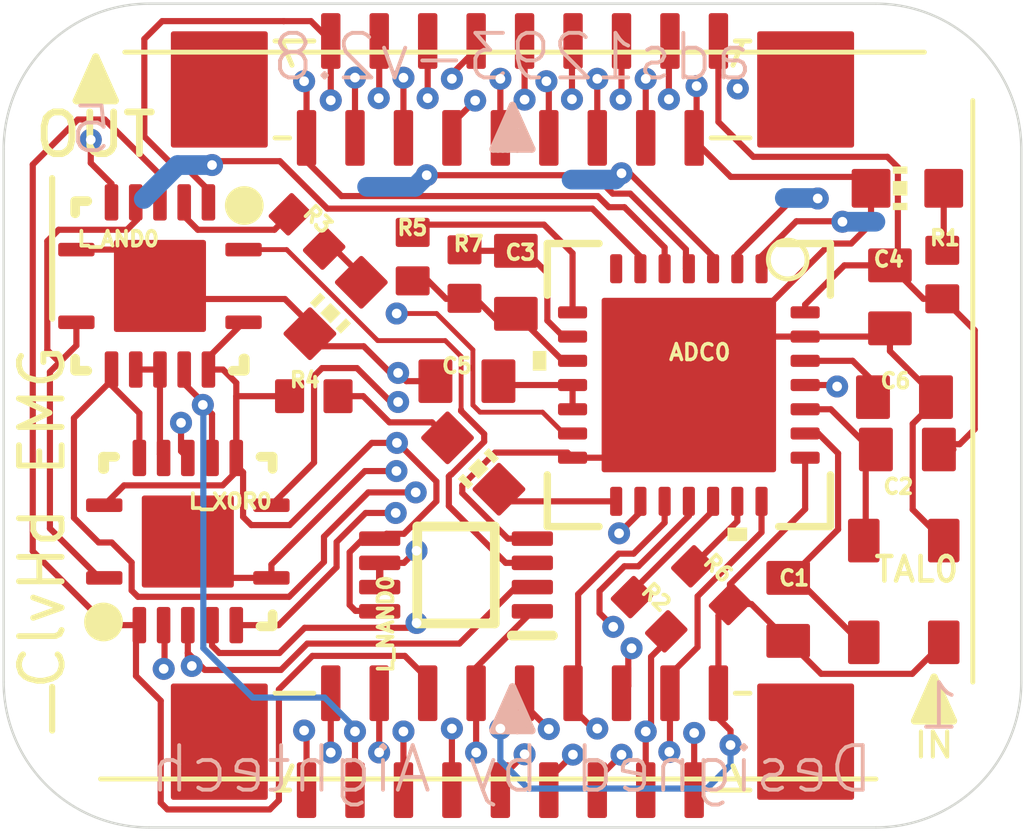
<source format=kicad_pcb>
(kicad_pcb (version 20221018) (generator pcbnew)
  (layers (0 "F.Cu" signal "Front") (1 "In1.Cu" signal) (2 "In2.Cu" signal) (31 "B.Cu" signal "Back") (34 "B.Paste" user) (35 "F.Paste" user) (36 "B.SilkS" user "B.Silkscreen") (37 "F.SilkS" user "F.Silkscreen") (38 "B.Mask" user) (39 "F.Mask" user) (44 "Edge.Cuts" user))
  (net 0 "")
  (net 1 "IN4")
  (net 2 "IN6")
  (net 3 "CS")
  (net 4 "DOUT")
  (net 5 "DIN")
  (net 6 "IN3")
  (net 7 "IN5")
  (net 8 "SCLK")
  (net 9 "IN1")
  (net 10 "VDD")
  (net 11 "ALARMB")
  (net 12 "N$3")
  (net 13 "DRDYB")
  (net 14 "N$4")
  (net 15 "N$8")
  (net 16 "CLK")
  (net 17 "WCT")
  (net 18 "RLDOUT")
  (net 19 "RLDREF")
  (net 20 "SYNCB")
  (net 21 "CMOUT")
  (net 22 "N$15")
  (net 23 "N$9")
  (net 24 "GND")
  (net 25 "RST")
  (net 26 "N$2")
  (net 27 "N$6")
  (net 28 "N$5")
  (net 29 "IN2")
  (net 30 "A1")
  (net 31 "A2")
  (net 32 "N$16")
  (net 33 "A3")
  (net 34 "A0")
  (net 35 "S0")
  (net 36 "S1")
  (net 37 "S2")
  (net 38 "S3")
  (net 39 "N$13")
  (net 40 "N$11")
  (net 41 "GPIO1")
  (net 42 "N$1")
  (net 43 "N$7")
  (footprint "clvHd_EMG:CHIP-LED0603" (layer "F.Cu") (at 156.6511 100.3136 90)
    (fp_text reference "L1" hide)
    (fp_text value "Green")
  )
  (footprint "clvHd_EMG:R0402" (layer "F.Cu") (at 144.4011 104.6036 180)
    (fp_text reference "R4")
    (fp_text value "51" hide)
  )
  (footprint "clvHd_EMG:CHIP-LED0603" (layer "F.Cu") (at 144.8511 102.7836 135)
    (fp_text reference "L3" hide)
    (fp_text value "White")
  )
  (footprint "clvHd_EMG:R0402" (layer "F.Cu") (at 144.2611 101.2036 135)
    (fp_text reference "R3")
    (fp_text value "51" hide)
  )
  (footprint "clvHd_EMG:X05C2018TZ" (layer "F.Cu") (at 148.5011 98.2736 -90)
    (fp_text reference "UNK2" hide)
    (fp_text value "X05C2018TZ" hide)
  )
  (footprint "clvHd_EMG:R0402" (layer "F.Cu") (at 152.6011 108.5036 -45)
    (fp_text reference "R6")
    (fp_text value "1M" hide)
  )
  (footprint "clvHd_EMG:R0402" (layer "F.Cu") (at 151.3211 109.1036 -45)
    (fp_text reference "R2")
    (fp_text value "51" hide)
  )
  (footprint "clvHd_EMG:VQFN-14-CUSTOM" (layer "F.Cu") (at 141.2261 102.3286 180)
    (fp_text reference "L_AND0")
    (fp_text value "SN74ALVC08")
  )
  (footprint "clvHd_EMG:C0402" (layer "F.Cu") (at 156.2911 102.5536 -90)
    (fp_text reference "C4")
    (fp_text value "100nF" hide)
  )
  (footprint "clvHd_EMG:X05C2018TZ" (layer "F.Cu") (at 148.5011 111.7336 90)
    (fp_text reference "UNK1" hide)
    (fp_text value "X05C2018TZ" hide)
  )
  (footprint "" (layer "F.Cu") (at 157.0011 98.5036)
    (fp_text reference "@HOLE1" hide)
    (fp_text value "")
  )
  (footprint "clvHd_EMG:C0402" (layer "F.Cu") (at 154.1911 109.0036 90)
    (fp_text reference "C1")
    (fp_text value "22pF" hide)
  )
  (footprint "clvHd_EMG:VQFN-14-CUSTOM" (layer "F.Cu") (at 141.8011 107.6036)
    (fp_text reference "L_XOR0")
    (fp_text value "SN74LVC86")
  )
  (footprint "clvHd_EMG:RSG28_3P6X3P6_TEX" (layer "F.Cu") (at 152.1411 104.3736 -90)
    (fp_text reference "ADC0")
    (fp_text value "ADS1293CISQ/NOPB" hide)
  )
  (footprint "clvHd_EMG:VSSOP" (layer "F.Cu") (at 147.3361 108.2936 180)
    (fp_text reference "L_NAND0")
    (fp_text value "SN74AUP2G00")
  )
  (footprint "clvHd_EMG:C0402" (layer "F.Cu") (at 147.5611 104.2936 180)
    (fp_text reference "C5")
    (fp_text value "100nF" hide)
  )
  (footprint "" (layer "F.Cu") (at 140.0011 111.5036)
    (fp_text reference "@HOLE0" hide)
    (fp_text value "")
  )
  (footprint "clvHd_EMG:C0402" (layer "F.Cu") (at 156.5911 104.6236)
    (fp_text reference "C6")
    (fp_text value "1uF" hide)
  )
  (footprint "clvHd_EMG:R0402" (layer "F.Cu") (at 147.5111 102.0836 -90)
    (fp_text reference "R7")
    (fp_text value "10M" hide)
  )
  (footprint "clvHd_EMG:C0402" (layer "F.Cu") (at 156.6511 105.7036 180)
    (fp_text reference "C2")
    (fp_text value "22pF" hide)
  )
  (footprint "clvHd_EMG:SMD-3225_4P" (layer "F.Cu") (at 156.5761 108.6336 90)
    (fp_text reference "TAL0")
    (fp_text value "C387328 " hide)
  )
  (footprint "clvHd_EMG:R0402" (layer "F.Cu") (at 146.4411 101.7236 -90)
    (fp_text reference "R5")
    (fp_text value "10k" hide)
  )
  (footprint "clvHd_EMG:R0402" (layer "F.Cu") (at 157.3711 102.0936 90)
    (fp_text reference "R1")
    (fp_text value "51" hide)
  )
  (footprint "clvHd_EMG:C0402" (layer "F.Cu") (at 148.5711 102.2536 90)
    (fp_text reference "C3")
    (fp_text value "1nF" hide)
  )
  (footprint "clvHd_EMG:CHIP-LED0603" (layer "F.Cu") (at 147.6911 105.9936 -135)
    (fp_text reference "L2" hide)
    (fp_text value "Red")
  )
  (gr_line (start 148.1011 99.5036) (end 148.2011 99.5036) (stroke (width 0.1524)) (layer "B.SilkS"))
  (gr_line (start 148.9011 99.5036) (end 148.5011 98.6036) (stroke (width 0.1524)) (layer "B.SilkS"))
  (gr_line (start 148.3011 99.5036) (end 148.6011 98.9036) (stroke (width 0.1524)) (layer "B.SilkS"))
  (gr_line (start 148.5011 110.7036) (end 148.3011 111.5036) (stroke (width 0.1524)) (layer "B.SilkS"))
  (gr_line (start 148.6011 111.5036) (end 148.9011 111.5036) (stroke (width 0.1524)) (layer "B.SilkS"))
  (gr_line (start 148.6011 111.5036) (end 148.8011 111.3036) (stroke (width 0.1524)) (layer "B.SilkS"))
  (gr_line (start 148.6011 110.9036) (end 148.4011 111.5036) (stroke (width 0.1524)) (layer "B.SilkS"))
  (gr_line (start 148.1011 111.5036) (end 148.5011 110.6036) (stroke (width 0.1524)) (layer "B.SilkS"))
  (gr_line (start 148.7011 99.1036) (end 148.6011 99.5036) (stroke (width 0.1524)) (layer "B.SilkS"))
  (gr_line (start 148.9011 111.5036) (end 148.5011 110.6036) (stroke (width 0.1524)) (layer "B.SilkS"))
  (gr_line (start 148.3011 111.5036) (end 148.6011 110.9036) (stroke (width 0.1524)) (layer "B.SilkS"))
  (gr_line (start 148.2011 111.5036) (end 148.3011 111.5036) (stroke (width 0.1524)) (layer "B.SilkS"))
  (gr_line (start 148.3011 99.5036) (end 148.4011 99.5036) (stroke (width 0.1524)) (layer "B.SilkS"))
  (gr_line (start 148.7011 111.1036) (end 148.6011 111.5036) (stroke (width 0.1524)) (layer "B.SilkS"))
  (gr_line (start 148.6011 99.5036) (end 148.9011 99.5036) (stroke (width 0.1524)) (layer "B.SilkS"))
  (gr_line (start 148.6011 99.5036) (end 148.8011 99.3036) (stroke (width 0.1524)) (layer "B.SilkS"))
  (gr_line (start 148.1011 99.5036) (end 148.5011 98.6036) (stroke (width 0.1524)) (layer "B.SilkS"))
  (gr_line (start 148.5011 98.7036) (end 148.3011 99.5036) (stroke (width 0.1524)) (layer "B.SilkS"))
  (gr_line (start 148.2011 111.5036) (end 148.5011 110.7036) (stroke (width 0.1524)) (layer "B.SilkS"))
  (gr_line (start 148.6011 98.9036) (end 148.4011 99.5036) (stroke (width 0.1524)) (layer "B.SilkS"))
  (gr_line (start 148.3011 111.5036) (end 148.4011 111.5036) (stroke (width 0.1524)) (layer "B.SilkS"))
  (gr_line (start 148.4011 99.5036) (end 148.6011 99.5036) (stroke (width 0.1524)) (layer "B.SilkS"))
  (gr_line (start 148.4011 111.5036) (end 148.7011 111.1036) (stroke (width 0.1524)) (layer "B.SilkS"))
  (gr_line (start 148.1011 111.5036) (end 148.2011 111.5036) (stroke (width 0.1524)) (layer "B.SilkS"))
  (gr_line (start 148.4011 99.5036) (end 148.7011 99.1036) (stroke (width 0.1524)) (layer "B.SilkS"))
  (gr_line (start 148.4011 111.5036) (end 148.6011 111.5036) (stroke (width 0.1524)) (layer "B.SilkS"))
  (gr_line (start 148.2011 99.5036) (end 148.3011 99.5036) (stroke (width 0.1524)) (layer "B.SilkS"))
  (gr_line (start 148.2011 99.5036) (end 148.5011 98.7036) (stroke (width 0.1524)) (layer "B.SilkS"))
  (gr_line (start 157.0011 97.5036) (end 140.5011 97.5036) (stroke (width 0.1016)) (layer "F.SilkS"))
  (gr_line (start 140.0011 112.5036) (end 156.0011 112.5036) (stroke (width 0.1016)) (layer "F.SilkS"))
  (gr_line (start 157.4011 110.9036) (end 157.3011 111.3036) (stroke (width 0.1524)) (layer "F.SilkS"))
  (gr_line (start 157.6011 111.3036) (end 157.2011 110.4036) (stroke (width 0.1524)) (layer "F.SilkS"))
  (gr_line (start 139.5011 98.5036) (end 139.6011 98.5036) (stroke (width 0.1524)) (layer "F.SilkS"))
  (gr_line (start 140.0011 97.9036) (end 139.8011 98.5036) (stroke (width 0.1524)) (layer "F.SilkS"))
  (gr_line (start 156.8011 111.3036) (end 157.2011 110.4036) (stroke (width 0.1524)) (layer "F.SilkS"))
  (gr_line (start 157.1011 111.3036) (end 157.3011 111.3036) (stroke (width 0.1524)) (layer "F.SilkS"))
  (gr_circle (center 154.1811 101.7836) (end 154.5811 101.7836) (stroke (width 0.1)) (fill none) (layer "F.SilkS"))
  (gr_line (start 140.0011 98.5036) (end 140.2011 98.3036) (stroke (width 0.1524)) (layer "F.SilkS"))
  (gr_line (start 139.8011 98.5036) (end 140.0011 98.5036) (stroke (width 0.1524)) (layer "F.SilkS"))
  (gr_line (start 157.0011 111.3036) (end 157.3011 110.7036) (stroke (width 0.1524)) (layer "F.SilkS"))
  (gr_line (start 140.1011 98.1036) (end 140.0011 98.5036) (stroke (width 0.1524)) (layer "F.SilkS"))
  (gr_line (start 157.0011 111.3036) (end 157.1011 111.3036) (stroke (width 0.1524)) (layer "F.SilkS"))
  (gr_line (start 157.2011 110.5036) (end 157.0011 111.3036) (stroke (width 0.1524)) (layer "F.SilkS"))
  (gr_line (start 157.3011 111.3036) (end 157.6011 111.3036) (stroke (width 0.1524)) (layer "F.SilkS"))
  (gr_line (start 139.7011 98.5036) (end 139.8011 98.5036) (stroke (width 0.1524)) (layer "F.SilkS"))
  (gr_line (start 139.6011 98.5036) (end 139.7011 98.5036) (stroke (width 0.1524)) (layer "F.SilkS"))
  (gr_line (start 140.0011 98.5036) (end 140.3011 98.5036) (stroke (width 0.1524)) (layer "F.SilkS"))
  (gr_line (start 139.5011 98.5036) (end 139.9011 97.6036) (stroke (width 0.1524)) (layer "F.SilkS"))
  (gr_line (start 139.0011 100.1036) (end 139.0011 103.0036) (stroke (width 0.127)) (layer "F.SilkS"))
  (gr_line (start 139.0011 110.6036) (end 139.0011 111.5036) (stroke (width 0.127)) (layer "F.SilkS"))
  (gr_line (start 139.8011 98.5036) (end 140.1011 98.1036) (stroke (width 0.1524)) (layer "F.SilkS"))
  (gr_line (start 157.1011 111.3036) (end 157.4011 110.9036) (stroke (width 0.1524)) (layer "F.SilkS"))
  (gr_line (start 140.3011 98.5036) (end 139.9011 97.6036) (stroke (width 0.1524)) (layer "F.SilkS"))
  (gr_line (start 156.9011 111.3036) (end 157.0011 111.3036) (stroke (width 0.1524)) (layer "F.SilkS"))
  (gr_line (start 156.8011 111.3036) (end 156.9011 111.3036) (stroke (width 0.1524)) (layer "F.SilkS"))
  (gr_line (start 158.0011 110.5036) (end 158.0011 98.5036) (stroke (width 0.1016)) (layer "F.SilkS"))
  (gr_line (start 157.3011 111.3036) (end 157.5011 111.1036) (stroke (width 0.1524)) (layer "F.SilkS"))
  (gr_line (start 157.3011 110.7036) (end 157.1011 111.3036) (stroke (width 0.1524)) (layer "F.SilkS"))
  (gr_line (start 139.6011 98.5036) (end 139.9011 97.7036) (stroke (width 0.1524)) (layer "F.SilkS"))
  (gr_line (start 139.9011 97.7036) (end 139.7011 98.5036) (stroke (width 0.1524)) (layer "F.SilkS"))
  (gr_line (start 139.7011 98.5036) (end 140.0011 97.9036) (stroke (width 0.1524)) (layer "F.SilkS"))
  (gr_line (start 156.9011 111.3036) (end 157.2011 110.5036) (stroke (width 0.1524)) (layer "F.SilkS"))
  (gr_line (start 138.0011 99.5036) (end 138.0011 110.5036) (stroke (width 0.05)) (layer "Edge.Cuts"))
  (gr_arc (start 138.0011 99.5036) (mid 138.87978 97.38228) (end 141.0011 96.5036) (stroke (width 0.05)) (layer "Edge.Cuts"))
  (gr_line (start 156.0011 96.5036) (end 141.0011 96.5036) (stroke (width 0.05)) (layer "Edge.Cuts"))
  (gr_arc (start 159.0011 110.5036) (mid 158.12242 112.62492) (end 156.0011 113.5036) (stroke (width 0.05)) (layer "Edge.Cuts"))
  (gr_line (start 159.0011 110.5036) (end 159.0011 99.5036) (stroke (width 0.05)) (layer "Edge.Cuts"))
  (gr_arc (start 141.0011 113.5036) (mid 138.87978 112.62492) (end 138.0011 110.5036) (stroke (width 0.05)) (layer "Edge.Cuts"))
  (gr_arc (start 156.0011 96.5036) (mid 158.12242 97.38228) (end 159.0011 99.5036) (stroke (width 0.05)) (layer "Edge.Cuts"))
  (gr_line (start 141.0011 113.5036) (end 156.0011 113.5036) (stroke (width 0.05)) (layer "Edge.Cuts"))
  (gr_text "5" (at 139.8011 99.1036) (layer "B.SilkS") (effects (font (size 0.92 0.92) (thickness 0.08)) (justify mirror)))
  (gr_text "ads1293-v2.8" (at 148.5011 97.6036) (layer "B.SilkS") (effects (font (size 0.92 0.92) (thickness 0.08)) (justify mirror)))
  (gr_text "Designed by Aightech" (at 156.0011 112.3036) (layer "B.SilkS") (effects (font (size 0.92 0.92) (thickness 0.08)) (justify left mirror)))
  (gr_text "1" (at 157.3011 111.0036) (layer "B.SilkS") (effects (font (size 0.92 0.92) (thickness 0.08)) (justify mirror)))
  (gr_text "IN" (at 157.2011 111.5036) (layer "F.SilkS") (effects (font (size 0.516 0.516) (thickness 0.084)) (justify top)))
  (gr_text "OUT" (at 139.9011 98.7036) (layer "F.SilkS") (effects (font (size 0.86 0.86) (thickness 0.14)) (justify top)))
  (gr_text "ClvHd EMG" (at 138.2811 103.4836 90) (layer "F.SilkS") (effects (font (size 0.88 0.88) (thickness 0.12)) (justify right top)))
  (segment (start 152.0811 101.5736) (end 150.9311 100.4236) (width 0.127) (layer "F.Cu") (net 1))
  (segment (start 150.9311 100.4236) (end 150.5711 100.4236) (width 0.127) (layer "F.Cu") (net 1))
  (segment (start 150.5711 100.4236) (end 150.1911 100.0436) (width 0.127) (layer "F.Cu") (net 1))
  (segment (start 152.1411 101.9736) (end 152.0811 101.9736) (width 0.127) (layer "F.Cu") (net 1))
  (segment (start 152.0811 101.9736) (end 152.0811 101.5736) (width 0.127) (layer "F.Cu") (net 1))
  (segment (start 150.1911 100.0436) (end 146.7311 100.0436) (width 0.127) (layer "F.Cu") (net 1))
  (via (at 146.7311 100.0436) (size 0.454) (drill 0.2) (layers "F.Cu" "B.Cu") (net 1))
  (segment (start 146.4911 100.2836) (end 145.5011 100.2836) (width 0.4064) (layer "B.Cu") (net 1))
  (segment (start 146.7311 100.0436) (end 146.4911 100.2836) (width 0.4064) (layer "B.Cu") (net 1))
  (segment (start 142.3011 99.8336) (end 142.3811 99.7536) (width 0.127) (layer "F.Cu") (net 2))
  (segment (start 151.1411 101.7236) (end 150.1506 100.7331) (width 0.127) (layer "F.Cu") (net 2))
  (segment (start 143.7011 99.7536) (end 144.6806 100.7331) (width 0.127) (layer "F.Cu") (net 2))
  (segment (start 142.3811 99.7536) (end 143.7011 99.7536) (width 0.127) (layer "F.Cu") (net 2))
  (segment (start 150.1506 100.7331) (end 144.6806 100.7331) (width 0.127) (layer "F.Cu") (net 2))
  (segment (start 151.1411 101.9736) (end 151.1411 101.7236) (width 0.127) (layer "F.Cu") (net 2))
  (via (at 142.3011 99.8336) (size 0.454) (drill 0.2) (layers "F.Cu" "B.Cu") (net 2))
  (segment (start 141.5911 99.8336) (end 140.8911 100.5336) (width 0.4064) (layer "B.Cu") (net 2))
  (segment (start 142.3011 99.8336) (end 141.5911 99.8336) (width 0.4064) (layer "B.Cu") (net 2))
  (segment (start 146.5211 107.7936) (end 146.5111 107.7936) (width 0.127) (layer "F.Cu") (net 3))
  (segment (start 146.2611 108.0436) (end 145.7611 108.0436) (width 0.127) (layer "F.Cu") (net 3))
  (segment (start 145.7611 108.5436) (end 145.7611 108.0436) (width 0.1524) (layer "F.Cu") (net 3))
  (segment (start 151.1411 106.9936) (end 150.7011 107.4336) (width 0.127) (layer "F.Cu") (net 3))
  (segment (start 146.5111 107.7936) (end 146.2611 108.0436) (width 0.127) (layer "F.Cu") (net 3))
  (segment (start 151.1411 106.7736) (end 151.1411 106.9936) (width 0.127) (layer "F.Cu") (net 3))
  (via (at 150.7011 107.4336) (size 0.454) (drill 0.2) (layers "F.Cu" "B.Cu") (net 3))
  (via (at 146.5211 107.7936) (size 0.454) (drill 0.2) (layers "F.Cu" "B.Cu") (net 3))
  (segment (start 151.674653 109.457157) (end 151.674653 109.667157) (width 0.127) (layer "F.Cu") (net 4))
  (segment (start 151.3611 109.98071) (end 151.3611 111.4136) (width 0.127) (layer "F.Cu") (net 4))
  (segment (start 151.2511 99.2736) (end 151.2511 98.0536) (width 0.127) (layer "F.Cu") (net 4))
  (segment (start 151.674653 109.667157) (end 151.3611 109.98071) (width 0.127) (layer "F.Cu") (net 4))
  (segment (start 151.2511 111.5236) (end 151.3611 111.4136) (width 0.127) (layer "F.Cu") (net 4))
  (segment (start 151.2511 112.7336) (end 151.2511 111.5236) (width 0.127) (layer "F.Cu") (net 4))
  (via (at 151.2511 111.5236) (size 0.454) (drill 0.2) (layers "F.Cu" "B.Cu") (net 4))
  (via (at 151.2511 98.0536) (size 0.454) (drill 0.2) (layers "F.Cu" "B.Cu") (net 4))
  (segment (start 150.5811 109.3636) (end 150.297428 109.079929) (width 0.127) (layer "F.Cu") (net 5))
  (segment (start 150.7511 112.0036) (end 150.2511 112.5036) (width 0.127) (layer "F.Cu") (net 5))
  (segment (start 150.2511 112.5036) (end 150.2511 112.7336) (width 0.127) (layer "F.Cu") (net 5))
  (segment (start 152.1411 107.0736) (end 151.101109 108.113591) (width 0.127) (layer "F.Cu") (net 5))
  (segment (start 150.297428 109.079929) (end 150.297428 108.627272) (width 0.127) (layer "F.Cu") (net 5))
  (segment (start 150.2511 98.0536) (end 150.2511 99.2736) (width 0.127) (layer "F.Cu") (net 5))
  (segment (start 152.1411 107.0736) (end 152.1411 106.7736) (width 0.127) (layer "F.Cu") (net 5))
  (segment (start 151.101109 108.113591) (end 150.811109 108.113591) (width 0.127) (layer "F.Cu") (net 5))
  (segment (start 150.297428 108.627272) (end 150.811109 108.113591) (width 0.127) (layer "F.Cu") (net 5))
  (via (at 150.2511 98.0536) (size 0.454) (drill 0.2) (layers "F.Cu" "B.Cu") (net 5))
  (via (at 150.7511 112.0036) (size 0.454) (drill 0.2) (layers "F.Cu" "B.Cu") (net 5))
  (via (at 150.5811 109.3636) (size 0.454) (drill 0.2) (layers "F.Cu" "B.Cu") (net 5))
  (segment (start 152.6411 101.9736) (end 152.6411 101.7236) (width 0.127) (layer "F.Cu") (net 6))
  (segment (start 150.9211 100.0036) (end 150.7511 100.0036) (width 0.127) (layer "F.Cu") (net 6))
  (segment (start 152.6411 101.7236) (end 150.9211 100.0036) (width 0.127) (layer "F.Cu") (net 6))
  (via (at 150.7511 100.0036) (size 0.454) (drill 0.2) (layers "F.Cu" "B.Cu") (net 6))
  (segment (start 150.7511 100.0036) (end 150.6211 100.1336) (width 0.4064) (layer "B.Cu") (net 6))
  (segment (start 150.6211 100.1336) (end 149.7211 100.1336) (width 0.4064) (layer "B.Cu") (net 6))
  (segment (start 144.2511 99.7536) (end 144.2511 99.2736) (width 0.127) (layer "F.Cu") (net 7))
  (segment (start 151.6411 101.9736) (end 151.6411 101.5336) (width 0.127) (layer "F.Cu") (net 7))
  (segment (start 144.9711 100.4736) (end 144.2511 99.7536) (width 0.127) (layer "F.Cu") (net 7))
  (segment (start 144.2511 98.1536) (end 144.2511 99.2736) (width 0.127) (layer "F.Cu") (net 7))
  (segment (start 144.2511 112.7336) (end 144.2511 111.5536) (width 0.127) (layer "F.Cu") (net 7))
  (segment (start 144.2011 98.1036) (end 144.2511 98.1536) (width 0.127) (layer "F.Cu") (net 7))
  (segment (start 144.2511 111.5536) (end 144.2011 111.5036) (width 0.127) (layer "F.Cu") (net 7))
  (segment (start 150.4911 100.7036) (end 150.2611 100.4736) (width 0.127) (layer "F.Cu") (net 7))
  (segment (start 151.6411 101.5336) (end 150.8111 100.7036) (width 0.127) (layer "F.Cu") (net 7))
  (segment (start 150.8111 100.7036) (end 150.4911 100.7036) (width 0.127) (layer "F.Cu") (net 7))
  (segment (start 150.2611 100.4736) (end 144.9711 100.4736) (width 0.127) (layer "F.Cu") (net 7))
  (via (at 144.2011 111.5036) (size 0.454) (drill 0.2) (layers "F.Cu" "B.Cu") (net 7))
  (via (at 144.2011 98.1036) (size 0.454) (drill 0.2) (layers "F.Cu" "B.Cu") (net 7))
  (segment (start 151.001106 107.853594) (end 150.692487 107.853594) (width 0.127) (layer "F.Cu") (net 8))
  (segment (start 150.1611 111.4636) (end 149.7511 111.0536) (width 0.127) (layer "F.Cu") (net 8))
  (segment (start 149.728915 98.475785) (end 149.728915 97.395785) (width 0.127) (layer "F.Cu") (net 8))
  (segment (start 150.2511 111.4636) (end 150.1611 111.4636) (width 0.127) (layer "F.Cu") (net 8))
  (segment (start 149.7511 110.7336) (end 149.7511 111.0536) (width 0.127) (layer "F.Cu") (net 8))
  (segment (start 151.6411 107.2136) (end 151.001106 107.853594) (width 0.127) (layer "F.Cu") (net 8))
  (segment (start 151.6411 106.7736) (end 151.6411 107.2136) (width 0.127) (layer "F.Cu") (net 8))
  (segment (start 150.692487 107.853594) (end 149.8566 108.689482) (width 0.127) (layer "F.Cu") (net 8))
  (segment (start 149.8566 108.689482) (end 149.8566 110.6281) (width 0.127) (layer "F.Cu") (net 8))
  (segment (start 149.8566 110.6281) (end 149.7511 110.7336) (width 0.127) (layer "F.Cu") (net 8))
  (segment (start 149.728915 97.395785) (end 149.8011 97.3236) (width 0.127) (layer "F.Cu") (net 8))
  (segment (start 149.8011 97.3236) (end 149.7511 97.2736) (width 0.127) (layer "F.Cu") (net 8))
  (via (at 149.728915 98.475785) (size 0.454) (drill 0.2) (layers "F.Cu" "B.Cu") (net 8))
  (via (at 150.2511 111.4636) (size 0.454) (drill 0.2) (layers "F.Cu" "B.Cu") (net 8))
  (segment (start 155.3011 100.9936) (end 154.3611 100.9936) (width 0.127) (layer "F.Cu") (net 9))
  (segment (start 155.3111 101.0036) (end 155.3011 100.9936) (width 0.127) (layer "F.Cu") (net 9))
  (segment (start 153.6411 101.9736) (end 153.6411 101.7136) (width 0.127) (layer "F.Cu") (net 9))
  (segment (start 154.3611 100.9936) (end 153.6411 101.7136) (width 0.127) (layer "F.Cu") (net 9))
  (via (at 155.3111 101.0036) (size 0.454) (drill 0.2) (layers "F.Cu" "B.Cu") (net 9))
  (segment (start 155.3111 101.0036) (end 155.9911 101.0036) (width 0.4064) (layer "B.Cu") (net 9))
  (segment (start 142.8011 105.8786) (end 142.8011 106.034194) (width 0.127) (layer "F.Cu") (net 10))
  (segment (start 142.5261 104.0536) (end 142.2261 104.0536) (width 0.127) (layer "F.Cu") (net 10))
  (segment (start 153.0011 111.8036) (end 153.0011 111.5036) (width 0.127) (layer "F.Cu") (net 10))
  (segment (start 158.0416 103.2441) (end 158.0416 105.282507) (width 0.127) (layer "F.Cu") (net 10))
  (segment (start 153.0011 111.5036) (end 152.7511 111.2536) (width 0.127) (layer "F.Cu") (net 10))
  (segment (start 152.990006 108.484694) (end 152.990006 108.89251) (width 0.127) (layer "F.Cu") (net 10))
  (segment (start 154.1911 109.6536) (end 154.8711 110.3336) (width 0.127) (layer "F.Cu") (net 10))
  (segment (start 146.116325 105.5676) (end 146.1351 105.5676) (width 0.127) (layer "F.Cu") (net 10))
  (segment (start 154.5411 106.9336) (end 152.990006 108.484694) (width 0.127) (layer "F.Cu") (net 10))
  (segment (start 143.9011 104.6036) (end 142.8011 104.6036) (width 0.127) (layer "F.Cu") (net 10))
  (segment (start 152.7511 109.131416) (end 152.7511 110.7336) (width 0.127) (layer "F.Cu") (net 10))
  (segment (start 157.3011 105.7036) (end 157.6011 105.7036) (width 0.127) (layer "F.Cu") (net 10))
  (segment (start 142.7816 106.182507) (end 142.7816 105.8981) (width 0.127) (layer "F.Cu") (net 10))
  (segment (start 145.1406 107.824694) (end 145.1406 108.912507) (width 0.127) (layer "F.Cu") (net 10))
  (segment (start 145.7611 107.5436) (end 145.8011 107.5436) (width 0.127) (layer "F.Cu") (net 10))
  (segment (start 143.1111 107.2636) (end 143.9011 107.2636) (width 0.127) (layer "F.Cu") (net 10))
  (segment (start 145.7516 109.0341) (end 145.262193 109.0341) (width 0.127) (layer "F.Cu") (net 10))
  (segment (start 145.9011 107.4436) (end 145.8011 107.5436) (width 0.127) (layer "F.Cu") (net 10))
  (segment (start 156.7511 110.3336) (end 154.8711 110.3336) (width 0.127) (layer "F.Cu") (net 10))
  (segment (start 153.430009 108.89251) (end 152.990006 108.89251) (width 0.127) (layer "F.Cu") (net 10))
  (segment (start 142.9511 103.0786) (end 142.2261 103.8036) (width 0.127) (layer "F.Cu") (net 10))
  (segment (start 142.8011 106.034194) (end 142.9416 106.174694) (width 0.127) (layer "F.Cu") (net 10))
  (segment (start 146.9311 106.3636) (end 146.1351 105.5676) (width 0.127) (layer "F.Cu") (net 10))
  (segment (start 156.2911 101.9036) (end 156.9811 102.5936) (width 0.127) (layer "F.Cu") (net 10))
  (segment (start 140.4856 106.4441) (end 142.520006 106.4441) (width 0.127) (layer "F.Cu") (net 10))
  (segment (start 142.8011 105.8786) (end 142.8011 104.3286) (width 0.127) (layer "F.Cu") (net 10))
  (segment (start 145.402193 107.5631) (end 145.1406 107.824694) (width 0.127) (layer "F.Cu") (net 10))
  (segment (start 146.2611 107.4436) (end 145.9011 107.4436) (width 0.127) (layer "F.Cu") (net 10))
  (segment (start 142.8011 105.8786) (end 142.8011 104.6036) (width 0.127) (layer "F.Cu") (net 10))
  (segment (start 142.2261 103.8036) (end 142.2261 104.0536) (width 0.127) (layer "F.Cu") (net 10))
  (segment (start 156.9811 102.5936) (end 157.3711 102.5936) (width 0.127) (layer "F.Cu") (net 10))
  (segment (start 152.7511 98.943007) (end 152.7511 97.2736) (width 0.127) (layer "F.Cu") (net 10))
  (segment (start 156.7511 110.3336) (end 157.4011 109.6836) (width 0.127) (layer "F.Cu") (net 10))
  (segment (start 157.730006 105.5941) (end 158.0416 105.282507) (width 0.127) (layer "F.Cu") (net 10))
  (segment (start 152.990006 108.89251) (end 152.7511 109.131416) (width 0.127) (layer "F.Cu") (net 10))
  (segment (start 156.2911 101.9036) (end 156.4546 101.7401) (width 0.127) (layer "F.Cu") (net 10))
  (segment (start 145.262193 109.0341) (end 145.1406 108.912507) (width 0.127) (layer "F.Cu") (net 10))
  (segment (start 142.7816 105.8981) (end 142.8011 105.8786) (width 0.127) (layer "F.Cu") (net 10))
  (segment (start 146.116325 105.5676) (end 145.5971 105.5676) (width 0.127) (layer "F.Cu") (net 10))
  (segment (start 145.7106 107.5631) (end 145.402193 107.5631) (width 0.127) (layer "F.Cu") (net 10))
  (segment (start 157.4106 105.5941) (end 157.3011 105.7036) (width 0.127) (layer "F.Cu") (net 10))
  (segment (start 152.7511 111.2536) (end 152.7511 110.7336) (width 0.127) (layer "F.Cu") (net 10))
  (segment (start 142.520006 106.4441) (end 142.7816 106.182507) (width 0.127) (layer "F.Cu") (net 10))
  (segment (start 157.3711 102.5936) (end 157.3911 102.5936) (width 0.127) (layer "F.Cu") (net 10))
  (segment (start 145.7611 109.0436) (end 145.7516 109.0341) (width 0.1) (layer "F.Cu") (net 10))
  (segment (start 157.3911 102.5936) (end 158.0416 103.2441) (width 0.127) (layer "F.Cu") (net 10))
  (segment (start 156.4546 99.879776) (end 156.238924 99.6641) (width 0.127) (layer "F.Cu") (net 10))
  (segment (start 157.730006 105.5941) (end 157.4106 105.5941) (width 0.127) (layer "F.Cu") (net 10))
  (segment (start 154.5411 105.8736) (end 154.5411 106.9336) (width 0.127) (layer "F.Cu") (net 10))
  (segment (start 154.5411 102.7136) (end 154.5411 102.8736) (width 0.127) (layer "F.Cu") (net 10))
  (segment (start 146.9311 106.3636) (end 146.9311 106.7736) (width 0.127) (layer "F.Cu") (net 10))
  (segment (start 156.238924 99.6641) (end 153.472193 99.6641) (width 0.127) (layer "F.Cu") (net 10))
  (segment (start 145.7301 107.5436) (end 145.7106 107.5631) (width 0.127) (layer "F.Cu") (net 10))
  (segment (start 153.472193 99.6641) (end 152.7511 98.943007) (width 0.127) (layer "F.Cu") (net 10))
  (segment (start 145.7611 107.5436) (end 145.7301 107.5436) (width 0.127) (layer "F.Cu") (net 10))
  (segment (start 156.4546 101.7401) (end 156.4546 99.879776) (width 0.127) (layer "F.Cu") (net 10))
  (segment (start 142.9416 107.0941) (end 143.1111 107.2636) (width 0.127) (layer "F.Cu") (net 10))
  (segment (start 142.9416 106.174694) (end 142.9416 107.0941) (width 0.127) (layer "F.Cu") (net 10))
  (segment (start 146.9311 106.7736) (end 146.2611 107.4436) (width 0.127) (layer "F.Cu") (net 10))
  (segment (start 142.8011 104.3286) (end 142.5261 104.0536) (width 0.127) (layer "F.Cu") (net 10))
  (segment (start 145.5971 105.5676) (end 143.9011 107.2636) (width 0.127) (layer "F.Cu") (net 10))
  (segment (start 156.2911 101.9036) (end 155.3511 101.9036) (width 0.127) (layer "F.Cu") (net 10))
  (segment (start 153.430009 108.89251) (end 154.1911 109.6536) (width 0.127) (layer "F.Cu") (net 10))
  (segment (start 140.0761 106.8536) (end 140.4856 106.4441) (width 0.127) (layer "F.Cu") (net 10))
  (segment (start 155.3511 101.9036) (end 154.5411 102.7136) (width 0.127) (layer "F.Cu") (net 10))
  (via (at 146.116325 105.5676) (size 0.454) (drill 0.2) (layers "F.Cu" "B.Cu") (net 10))
  (via (at 153.0011 111.8036) (size 0.454) (drill 0.2) (layers "F.Cu" "B.Cu") (net 10))
  (via (at 148.2511 111.4636) (size 0.454) (drill 0.2) (layers "F.Cu" "B.Cu") (net 10))
  (segment (start 153.0011 112.2136) (end 153.0011 111.8036) (width 0.127) (layer "B.Cu") (net 10))
  (segment (start 148.2511 111.4636) (end 148.2511 112.1236) (width 0.127) (layer "B.Cu") (net 10))
  (segment (start 148.8286 112.7011) (end 148.2511 112.1236) (width 0.127) (layer "B.Cu") (net 10))
  (segment (start 152.5136 112.7011) (end 148.8286 112.7011) (width 0.127) (layer "B.Cu") (net 10))
  (segment (start 153.0011 112.2136) (end 152.5136 112.7011) (width 0.127) (layer "B.Cu") (net 10))
  (segment (start 150.6411 106.7736) (end 148.471096 106.7736) (width 0.127) (layer "F.Cu") (net 11))
  (segment (start 148.471096 106.7736) (end 148.221428 106.523932) (width 0.127) (layer "F.Cu") (net 11))
  (segment (start 152.6411 106.7736) (end 152.6411 106.964157) (width 0.127) (layer "F.Cu") (net 12))
  (segment (start 152.6411 106.964157) (end 150.967543 108.637713) (width 0.127) (layer "F.Cu") (net 12))
  (segment (start 150.967543 108.637713) (end 150.967543 108.750047) (width 0.1524) (layer "F.Cu") (net 12))
  (segment (start 153.1411 106.7736) (end 153.1411 107.185785) (width 0.127) (layer "F.Cu") (net 13))
  (segment (start 153.1411 107.185785) (end 152.21219 108.114694) (width 0.127) (layer "F.Cu") (net 13))
  (segment (start 155.7511 109.6836) (end 155.6811 109.6836) (width 0.127) (layer "F.Cu") (net 14))
  (segment (start 155.6811 109.6836) (end 154.3511 108.3536) (width 0.127) (layer "F.Cu") (net 14))
  (segment (start 154.2211 108.3536) (end 154.1911 108.3536) (width 0.127) (layer "F.Cu") (net 14))
  (segment (start 155.2211 107.3536) (end 154.2211 108.3536) (width 0.127) (layer "F.Cu") (net 14))
  (segment (start 155.2211 105.7836) (end 154.8111 105.3736) (width 0.127) (layer "F.Cu") (net 14))
  (segment (start 154.1911 108.3536) (end 154.3511 108.3536) (width 0.127) (layer "F.Cu") (net 14))
  (segment (start 155.2211 105.7836) (end 155.2211 107.3536) (width 0.127) (layer "F.Cu") (net 14))
  (segment (start 154.5411 105.3736) (end 154.8111 105.3736) (width 0.127) (layer "F.Cu") (net 14))
  (segment (start 156.0011 105.7036) (end 155.9011 105.7036) (width 0.127) (layer "F.Cu") (net 15))
  (segment (start 156.0011 105.7036) (end 155.7911 105.9136) (width 0.127) (layer "F.Cu") (net 15))
  (segment (start 155.0711 104.8736) (end 154.5411 104.8736) (width 0.127) (layer "F.Cu") (net 15))
  (segment (start 155.7911 107.5436) (end 155.7511 107.5836) (width 0.127) (layer "F.Cu") (net 15))
  (segment (start 155.9011 105.7036) (end 155.0711 104.8736) (width 0.127) (layer "F.Cu") (net 15))
  (segment (start 155.7911 105.9136) (end 155.7911 107.5436) (width 0.127) (layer "F.Cu") (net 15))
  (segment (start 152.3211 108.7336) (end 152.3211 109.7836) (width 0.127) (layer "F.Cu") (net 16))
  (segment (start 151.738084 111.944954) (end 151.7511 111.931938) (width 0.127) (layer "F.Cu") (net 16))
  (segment (start 151.7511 110.3536) (end 151.7511 110.7336) (width 0.127) (layer "F.Cu") (net 16))
  (segment (start 151.728915 97.295785) (end 151.7511 97.2736) (width 0.127) (layer "F.Cu") (net 16))
  (segment (start 153.6411 106.7736) (end 153.6411 107.4136) (width 0.127) (layer "F.Cu") (net 16))
  (segment (start 153.6411 107.4136) (end 152.3211 108.7336) (width 0.127) (layer "F.Cu") (net 16))
  (segment (start 151.728915 98.475785) (end 151.728915 97.295785) (width 0.127) (layer "F.Cu") (net 16))
  (segment (start 151.7511 111.931938) (end 151.7511 110.7336) (width 0.127) (layer "F.Cu") (net 16))
  (segment (start 152.3211 109.7836) (end 151.7511 110.3536) (width 0.127) (layer "F.Cu") (net 16))
  (via (at 151.738084 111.944954) (size 0.454) (drill 0.2) (layers "F.Cu" "B.Cu") (net 16))
  (via (at 151.728915 98.475785) (size 0.454) (drill 0.2) (layers "F.Cu" "B.Cu") (net 16))
  (segment (start 148.7611 101.6036) (end 148.5711 101.6036) (width 0.127) (layer "F.Cu") (net 18))
  (segment (start 149.5511 103.3736) (end 149.7411 103.3736) (width 0.127) (layer "F.Cu") (net 18))
  (segment (start 148.5711 101.6036) (end 147.5311 101.6036) (width 0.127) (layer "F.Cu") (net 18))
  (segment (start 147.5111 101.5836) (end 147.5311 101.6036) (width 0.127) (layer "F.Cu") (net 18))
  (segment (start 149.2211 102.0636) (end 148.7611 101.6036) (width 0.127) (layer "F.Cu") (net 18))
  (segment (start 149.5511 103.3736) (end 149.2211 103.0436) (width 0.127) (layer "F.Cu") (net 18))
  (segment (start 149.2211 102.0636) (end 149.2211 103.0436) (width 0.127) (layer "F.Cu") (net 18))
  (segment (start 149.7411 104.3736) (end 149.7411 104.8736) (width 0.127) (layer "F.Cu") (net 19))
  (segment (start 148.2111 104.2936) (end 148.2911 104.3736) (width 0.127) (layer "F.Cu") (net 19))
  (segment (start 149.7411 104.3736) (end 148.2911 104.3736) (width 0.127) (layer "F.Cu") (net 19))
  (segment (start 148.7411 110.9636) (end 149.2511 111.4736) (width 0.127) (layer "F.Cu") (net 20))
  (segment (start 146.1111 102.8976) (end 146.9351 102.8976) (width 0.1) (layer "F.Cu") (net 20))
  (segment (start 148.7511 110.7336) (end 148.7411 110.7436) (width 0.127) (layer "F.Cu") (net 20))
  (segment (start 149.7411 105.3736) (end 149.5611 105.3736) (width 0.1) (layer "F.Cu") (net 20))
  (segment (start 148.7511 97.2736) (end 148.7511 98.4836) (width 0.127) (layer "F.Cu") (net 20))
  (segment (start 149.1211 104.9336) (end 147.830781 104.9336) (width 0.1) (layer "F.Cu") (net 20))
  (segment (start 149.5611 105.3736) (end 149.1211 104.9336) (width 0.1) (layer "F.Cu") (net 20))
  (segment (start 147.6841 103.6466) (end 146.9351 102.8976) (width 0.1) (layer "F.Cu") (net 20))
  (segment (start 148.7411 110.7436) (end 148.7411 110.9636) (width 0.127) (layer "F.Cu") (net 20))
  (segment (start 147.6841 104.786919) (end 147.6841 103.6466) (width 0.1) (layer "F.Cu") (net 20))
  (segment (start 147.830781 104.9336) (end 147.6841 104.786919) (width 0.1) (layer "F.Cu") (net 20))
  (via (at 146.1111 102.8976) (size 0.454) (drill 0.2) (layers "F.Cu" "B.Cu") (net 20))
  (via (at 149.2511 111.4736) (size 0.454) (drill 0.2) (layers "F.Cu" "B.Cu") (net 20))
  (via (at 148.7511 98.4836) (size 0.454) (drill 0.2) (layers "F.Cu" "B.Cu") (net 20))
  (segment (start 149.7411 101.6536) (end 149.1511 101.0636) (width 0.127) (layer "F.Cu") (net 21))
  (segment (start 149.7411 102.8736) (end 149.7411 101.6536) (width 0.127) (layer "F.Cu") (net 21))
  (segment (start 146.4411 101.2236) (end 146.6011 101.0636) (width 0.127) (layer "F.Cu") (net 21))
  (segment (start 149.1511 101.0636) (end 146.6011 101.0636) (width 0.127) (layer "F.Cu") (net 21))
  (segment (start 147.1311 102.5936) (end 146.7611 102.2236) (width 0.127) (layer "F.Cu") (net 22))
  (segment (start 147.5111 102.5836) (end 147.5011 102.5936) (width 0.127) (layer "F.Cu") (net 22))
  (segment (start 148.3711 103.1036) (end 148.2511 103.1036) (width 0.127) (layer "F.Cu") (net 22))
  (segment (start 148.3711 103.1036) (end 148.5711 102.9036) (width 0.127) (layer "F.Cu") (net 22))
  (segment (start 148.2511 103.1036) (end 147.7311 102.5836) (width 0.127) (layer "F.Cu") (net 22))
  (segment (start 147.5011 102.5936) (end 147.1311 102.5936) (width 0.127) (layer "F.Cu") (net 22))
  (segment (start 147.7311 102.5836) (end 147.5111 102.5836) (width 0.127) (layer "F.Cu") (net 22))
  (segment (start 149.7411 103.8736) (end 149.5411 103.8736) (width 0.127) (layer "F.Cu") (net 22))
  (segment (start 146.7611 102.2236) (end 146.4411 102.2236) (width 0.127) (layer "F.Cu") (net 22))
  (segment (start 149.5411 103.8736) (end 148.5711 102.9036) (width 0.127) (layer "F.Cu") (net 22))
  (segment (start 155.9411 104.2936) (end 155.5211 103.8736) (width 0.127) (layer "F.Cu") (net 23))
  (segment (start 155.9411 104.6236) (end 155.9411 104.2936) (width 0.127) (layer "F.Cu") (net 23))
  (segment (start 154.5411 103.8736) (end 155.5211 103.8736) (width 0.127) (layer "F.Cu") (net 23))
  (segment (start 147.465246 106.445022) (end 147.465246 106.602838) (width 0.127) (layer "F.Cu") (net 24))
  (segment (start 153.006387 100.0781) (end 152.2511 99.322813) (width 0.127) (layer "F.Cu") (net 24))
  (segment (start 155.9011 100.3136) (end 155.9011 101.044038) (width 0.127) (layer "F.Cu") (net 24))
  (segment (start 150.710468 98.5036) (end 150.7336 98.480469) (width 0.127) (layer "F.Cu") (net 24))
  (segment (start 145.4311 103.5736) (end 144.580437 103.5736) (width 0.127) (layer "F.Cu") (net 24))
  (segment (start 149.63525 105.76775) (end 148.142518 105.76775) (width 0.127) (layer "F.Cu") (net 24))
  (segment (start 149.7411 105.8736) (end 149.63525 105.76775) (width 0.127) (layer "F.Cu") (net 24))
  (segment (start 142.5511 108.3536) (end 141.8011 107.6036) (width 0.127) (layer "F.Cu") (net 24))
  (segment (start 144.580437 103.5736) (end 144.320768 103.313932) (width 0.127) (layer "F.Cu") (net 24))
  (segment (start 149.7411 105.8736) (end 150.6411 105.8736) (width 0.127) (layer "F.Cu") (net 24))
  (segment (start 140.4761 101.5786) (end 141.2261 102.3286) (width 0.127) (layer "F.Cu") (net 24))
  (segment (start 155.9011 101.044038) (end 155.491537 101.4536) (width 0.127) (layer "F.Cu") (net 24))
  (segment (start 150.8911 110.5836) (end 150.7511 110.7236) (width 0.127) (layer "F.Cu") (net 24))
  (segment (start 143.5261 108.3536) (end 142.5511 108.3536) (width 0.127) (layer "F.Cu") (net 24))
  (segment (start 147.465246 106.602838) (end 148.406009 107.5436) (width 0.127) (layer "F.Cu") (net 24))
  (segment (start 150.7511 97.2736) (end 150.7511 98.4536) (width 0.127) (layer "F.Cu") (net 24))
  (segment (start 149.2511 99.2736) (end 149.2511 98.1536) (width 0.127) (layer "F.Cu") (net 24))
  (segment (start 147.2511 111.4636) (end 147.2511 112.7336) (width 0.127) (layer "F.Cu") (net 24))
  (segment (start 156.2911 103.6736) (end 157.2411 104.6236) (width 0.127) (layer "F.Cu") (net 24))
  (segment (start 145.9811 104.1236) (end 145.4311 103.5736) (width 0.127) (layer "F.Cu") (net 24))
  (segment (start 150.8911 109.8736) (end 150.958915 109.805785) (width 0.127) (layer "F.Cu") (net 24))
  (segment (start 150.8911 109.8736) (end 150.8911 110.5836) (width 0.127) (layer "F.Cu") (net 24))
  (segment (start 150.7511 98.4536) (end 150.7011 98.5036) (width 0.127) (layer "F.Cu") (net 24))
  (segment (start 156.7606 106.9431) (end 157.4011 107.5836) (width 0.127) (layer "F.Cu") (net 24))
  (segment (start 153.006387 100.0781) (end 155.6656 100.0781) (width 0.127) (layer "F.Cu") (net 24))
  (segment (start 149.2511 112.7336) (end 149.2511 112.499232) (width 0.127) (layer "F.Cu") (net 24))
  (segment (start 155.0611 101.4536) (end 152.1411 104.3736) (width 0.127) (layer "F.Cu") (net 24))
  (segment (start 157.2411 104.6236) (end 157.2411 104.2536) (width 0.127) (layer "F.Cu") (net 24))
  (segment (start 147.2511 99.2736) (end 147.2511 98.9836) (width 0.127) (layer "F.Cu") (net 24))
  (segment (start 156.7606 105.174694) (end 156.7606 106.9431) (width 0.127) (layer "F.Cu") (net 24))
  (segment (start 144.320768 103.113863) (end 143.805006 102.5981) (width 0.127) (layer "F.Cu") (net 24))
  (segment (start 146.1411 104.1236) (end 145.9811 104.1236) (width 0.127) (layer "F.Cu") (net 24))
  (segment (start 145.7511 98.4536) (end 145.7411 98.4536) (width 0.127) (layer "F.Cu") (net 24))
  (segment (start 145.7511 111.9536) (end 145.748915 111.955785) (width 0.127) (layer "F.Cu") (net 24))
  (segment (start 152.2511 99.2736) (end 152.2511 99.322813) (width 0.127) (layer "F.Cu") (net 24))
  (segment (start 144.320768 103.313932) (end 144.320768 103.113863) (width 0.127) (layer "F.Cu") (net 24))
  (segment (start 156.2911 103.2036) (end 156.1211 103.3736) (width 0.127) (layer "F.Cu") (net 24))
  (segment (start 155.6656 100.0781) (end 155.9011 100.3136) (width 0.127) (layer "F.Cu") (net 24))
  (segment (start 148.9111 107.5436) (end 148.406009 107.5436) (width 0.127) (layer "F.Cu") (net 24))
  (segment (start 155.491537 101.4536) (end 155.0611 101.4536) (width 0.127) (layer "F.Cu") (net 24))
  (segment (start 141.4956 102.5981) (end 143.805006 102.5981) (width 0.127) (layer "F.Cu") (net 24))
  (segment (start 146.1061 106.149038) (end 145.455662 106.149038) (width 0.127) (layer "F.Cu") (net 24))
  (segment (start 152.2511 99.2736) (end 152.3011 99.2236) (width 0.127) (layer "F.Cu") (net 24))
  (segment (start 157.2411 104.6236) (end 157.2411 104.694194) (width 0.127) (layer "F.Cu") (net 24))
  (segment (start 148.142518 105.76775) (end 147.465246 106.445022) (width 0.127) (layer "F.Cu") (net 24))
  (segment (start 149.2511 112.499232) (end 149.748915 112.001416) (width 0.127) (layer "F.Cu") (net 24))
  (segment (start 143.5261 108.3536) (end 143.5261 108.0786) (width 0.127) (layer "F.Cu") (net 24))
  (segment (start 153.1411 103.3736) (end 152.1411 104.3736) (width 0.127) (layer "F.Cu") (net 24))
  (segment (start 145.7511 110.7336) (end 145.7511 111.9536) (width 0.127) (layer "F.Cu") (net 24))
  (segment (start 147.2511 98.9836) (end 147.7311 98.5036) (width 0.127) (layer "F.Cu") (net 24))
  (segment (start 149.2511 98.1536) (end 149.2011 98.1036) (width 0.127) (layer "F.Cu") (net 24))
  (segment (start 150.7511 110.7336) (end 150.7511 110.7236) (width 0.127) (layer "F.Cu") (net 24))
  (segment (start 146.1411 104.1236) (end 146.3111 104.2936) (width 0.127) (layer "F.Cu") (net 24))
  (segment (start 152.3011 99.2236) (end 152.3011 98.2036) (width 0.127) (layer "F.Cu") (net 24))
  (segment (start 139.5011 101.5786) (end 140.4761 101.5786) (width 0.127) (layer "F.Cu") (net 24))
  (segment (start 157.2411 104.694194) (end 156.7606 105.174694) (width 0.127) (layer "F.Cu") (net 24))
  (segment (start 145.455662 106.149038) (end 143.5261 108.0786) (width 0.127) (layer "F.Cu") (net 24))
  (segment (start 146.9111 104.2936) (end 146.3111 104.2936) (width 0.127) (layer "F.Cu") (net 24))
  (segment (start 156.1211 103.3736) (end 154.5411 103.3736) (width 0.127) (layer "F.Cu") (net 24))
  (segment (start 152.2511 112.7336) (end 152.2511 111.5536) (width 0.127) (layer "F.Cu") (net 24))
  (segment (start 145.7511 97.2736) (end 145.7511 98.4536) (width 0.127) (layer "F.Cu") (net 24))
  (segment (start 156.2911 103.2036) (end 156.2911 103.6736) (width 0.127) (layer "F.Cu") (net 24))
  (segment (start 141.2261 102.3286) (end 141.4956 102.5981) (width 0.127) (layer "F.Cu") (net 24))
  (segment (start 150.7011 98.5036) (end 150.710468 98.5036) (width 0.127) (layer "F.Cu") (net 24))
  (segment (start 154.5411 103.3736) (end 153.1411 103.3736) (width 0.127) (layer "F.Cu") (net 24))
  (segment (start 150.6411 105.8736) (end 152.1411 104.3736) (width 0.127) (layer "F.Cu") (net 24))
  (via (at 146.1061 106.149038) (size 0.454) (drill 0.2) (layers "F.Cu" "B.Cu") (net 24))
  (via (at 147.2511 111.4636) (size 0.454) (drill 0.2) (layers "F.Cu" "B.Cu") (net 24))
  (via (at 145.7411 98.4536) (size 0.454) (drill 0.2) (layers "F.Cu" "B.Cu") (net 24))
  (via (at 149.748915 112.001416) (size 0.454) (drill 0.2) (layers "F.Cu" "B.Cu") (net 24))
  (via (at 152.3011 98.2036) (size 0.454) (drill 0.2) (layers "F.Cu" "B.Cu") (net 24))
  (via (at 152.2511 111.5536) (size 0.454) (drill 0.2) (layers "F.Cu" "B.Cu") (net 24))
  (via (at 150.7336 98.480469) (size 0.454) (drill 0.2) (layers "F.Cu" "B.Cu") (net 24))
  (via (at 145.748915 111.955785) (size 0.454) (drill 0.2) (layers "F.Cu" "B.Cu") (net 24))
  (via (at 149.2011 98.1036) (size 0.454) (drill 0.2) (layers "F.Cu" "B.Cu") (net 24))
  (via (at 147.7311 98.5036) (size 0.454) (drill 0.2) (layers "F.Cu" "B.Cu") (net 24))
  (via (at 146.1411 104.1236) (size 0.454) (drill 0.2) (layers "F.Cu" "B.Cu") (net 24))
  (via (at 150.958915 109.805785) (size 0.454) (drill 0.2) (layers "F.Cu" "B.Cu") (net 24))
  (segment (start 148.2411 112.5036) (end 148.2411 112.7236) (width 0.127) (layer "F.Cu") (net 25))
  (segment (start 148.2511 99.2736) (end 148.2511 98.0536) (width 0.127) (layer "F.Cu") (net 25))
  (segment (start 148.2411 112.7236) (end 148.2511 112.7336) (width 0.127) (layer "F.Cu") (net 25))
  (segment (start 155.2011 104.4036) (end 155.1711 104.3736) (width 0.127) (layer "F.Cu") (net 25))
  (segment (start 155.1711 104.3736) (end 154.5411 104.3736) (width 0.127) (layer "F.Cu") (net 25))
  (segment (start 148.7511 111.9936) (end 148.2411 112.5036) (width 0.127) (layer "F.Cu") (net 25))
  (via (at 148.7511 111.9936) (size 0.454) (drill 0.2) (layers "F.Cu" "B.Cu") (net 25))
  (via (at 155.2011 104.4036) (size 0.454) (drill 0.2) (layers "F.Cu" "B.Cu") (net 25))
  (via (at 153.1511 98.2536) (size 0.454) (drill 0.2) (layers "F.Cu" "B.Cu") (net 25))
  (via (at 148.2511 98.0536) (size 0.454) (drill 0.2) (layers "F.Cu" "B.Cu") (net 25))
  (segment (start 157.4011 100.3136) (end 157.4011 101.5636) (width 0.127) (layer "F.Cu") (net 26))
  (segment (start 157.4011 101.5636) (end 157.3711 101.5936) (width 0.127) (layer "F.Cu") (net 26))
  (segment (start 146.841096 105.1436) (end 145.9611 105.1436) (width 0.127) (layer "F.Cu") (net 27))
  (segment (start 147.160768 105.463272) (end 146.841096 105.1436) (width 0.127) (layer "F.Cu") (net 27))
  (segment (start 145.9611 105.1436) (end 145.4211 104.6036) (width 0.127) (layer "F.Cu") (net 27))
  (segment (start 145.4211 104.6036) (end 144.9011 104.6036) (width 0.127) (layer "F.Cu") (net 27))
  (segment (start 141.6956 100.6341) (end 141.6956 100.857507) (width 0.127) (layer "F.Cu") (net 28))
  (segment (start 143.58849 101.1691) (end 142.007193 101.1691) (width 0.127) (layer "F.Cu") (net 28))
  (segment (start 141.7261 100.6036) (end 141.6956 100.6341) (width 0.127) (layer "F.Cu") (net 28))
  (segment (start 141.6956 100.857507) (end 142.007193 101.1691) (width 0.127) (layer "F.Cu") (net 28))
  (segment (start 143.58849 101.1691) (end 143.907543 100.850047) (width 0.127) (layer "F.Cu") (net 28))
  (segment (start 154.7911 100.5336) (end 154.2811 100.5336) (width 0.127) (layer "F.Cu") (net 29))
  (segment (start 154.8011 100.5236) (end 154.7911 100.5336) (width 0.127) (layer "F.Cu") (net 29))
  (segment (start 154.2811 100.5336) (end 153.1411 101.6736) (width 0.127) (layer "F.Cu") (net 29))
  (segment (start 153.1411 101.6736) (end 153.1411 101.9736) (width 0.127) (layer "F.Cu") (net 29))
  (via (at 154.8011 100.5236) (size 0.454) (drill 0.2) (layers "F.Cu" "B.Cu") (net 29))
  (segment (start 154.8011 100.5236) (end 154.7911 100.5136) (width 0.4064) (layer "B.Cu") (net 29))
  (segment (start 154.7911 100.5136) (end 154.1211 100.5136) (width 0.4064) (layer "B.Cu") (net 29))
  (segment (start 146.5038 106.589238) (end 145.525462 106.589238) (width 0.127) (layer "F.Cu") (net 30))
  (segment (start 146.2511 111.5236) (end 146.2511 112.4972) (width 0.127) (layer "F.Cu") (net 30))
  (segment (start 144.6111 107.5036) (end 144.6111 108.0236) (width 0.127) (layer "F.Cu") (net 30))
  (segment (start 146.2479 112.5004) (end 146.2511 112.4972) (width 0.127) (layer "F.Cu") (net 30))
  (segment (start 146.2479 112.7304) (end 146.2479 112.5004) (width 0.127) (layer "F.Cu") (net 30))
  (segment (start 140.8011 104.9536) (end 140.2261 104.3786) (width 0.127) (layer "F.Cu") (net 30))
  (segment (start 144.6111 108.0236) (end 143.8906 108.7441) (width 0.127) (layer "F.Cu") (net 30))
  (segment (start 140.2261 104.2786) (end 140.2261 104.3786) (width 0.127) (layer "F.Cu") (net 30))
  (segment (start 140.2261 104.0536) (end 140.2261 104.2786) (width 0.127) (layer "F.Cu") (net 30))
  (segment (start 139.961193 107.6231) (end 140.230006 107.6231) (width 0.127) (layer "F.Cu") (net 30))
  (segment (start 140.772193 108.7441) (end 143.8906 108.7441) (width 0.127) (layer "F.Cu") (net 30))
  (segment (start 140.2261 104.2786) (end 139.4511 105.0536) (width 0.127) (layer "F.Cu") (net 30))
  (segment (start 139.4511 105.0536) (end 139.4511 107.113007) (width 0.127) (layer "F.Cu") (net 30))
  (segment (start 139.4511 107.113007) (end 139.961193 107.6231) (width 0.127) (layer "F.Cu") (net 30))
  (segment (start 140.6416 108.613507) (end 140.772193 108.7441) (width 0.127) (layer "F.Cu") (net 30))
  (segment (start 140.8011 105.8786) (end 140.8011 104.9536) (width 0.127) (layer "F.Cu") (net 30))
  (segment (start 146.2511 112.7336) (end 146.2479 112.7304) (width 0.127) (layer "F.Cu") (net 30))
  (segment (start 140.230006 107.6231) (end 140.6416 108.034694) (width 0.127) (layer "F.Cu") (net 30))
  (segment (start 145.525462 106.589238) (end 144.6111 107.5036) (width 0.127) (layer "F.Cu") (net 30))
  (segment (start 140.6416 108.034694) (end 140.6416 108.613507) (width 0.127) (layer "F.Cu") (net 30))
  (via (at 146.5038 106.589238) (size 0.454) (drill 0.2) (layers "F.Cu" "B.Cu") (net 30))
  (via (at 146.2511 111.5236) (size 0.454) (drill 0.2) (layers "F.Cu" "B.Cu") (net 30))
  (segment (start 146.7516 110.434694) (end 146.7516 110.7331) (width 0.127) (layer "F.Cu") (net 31))
  (segment (start 140.8011 109.3286) (end 140.7311 109.3986) (width 0.127) (layer "F.Cu") (net 31))
  (segment (start 140.7311 110.378132) (end 141.2424 110.889432) (width 0.127) (layer "F.Cu") (net 31))
  (segment (start 140.0861 98.8936) (end 141.2261 100.0336) (width 0.127) (layer "F.Cu") (net 31))
  (segment (start 143.6811 112.9436) (end 143.6811 110.654194) (width 0.127) (layer "F.Cu") (net 31))
  (segment (start 144.371693 109.9636) (end 146.280506 109.9636) (width 0.127) (layer "F.Cu") (net 31))
  (segment (start 140.7311 109.3986) (end 140.7311 110.378132) (width 0.127) (layer "F.Cu") (net 31))
  (segment (start 143.6811 110.654194) (end 144.371693 109.9636) (width 0.127) (layer "F.Cu") (net 31))
  (segment (start 138.6011 107.8036) (end 138.6011 99.8236) (width 0.127) (layer "F.Cu") (net 31))
  (segment (start 140.8011 109.3286) (end 140.1261 109.3286) (width 0.127) (layer "F.Cu") (net 31))
  (segment (start 140.1261 109.3286) (end 138.6011 107.8036) (width 0.127) (layer "F.Cu") (net 31))
  (segment (start 141.2261 100.0336) (end 141.2261 100.6036) (width 0.127) (layer "F.Cu") (net 31))
  (segment (start 141.3798 113.1323) (end 143.4924 113.1323) (width 0.127) (layer "F.Cu") (net 31))
  (segment (start 146.280506 109.9636) (end 146.7516 110.434694) (width 0.127) (layer "F.Cu") (net 31))
  (segment (start 138.6011 99.8236) (end 139.5311 98.8936) (width 0.127) (layer "F.Cu") (net 31))
  (segment (start 146.7511 110.7336) (end 146.7516 110.7331) (width 0.127) (layer "F.Cu") (net 31))
  (segment (start 141.2424 112.9949) (end 141.3798 113.1323) (width 0.127) (layer "F.Cu") (net 31))
  (segment (start 143.4924 113.1323) (end 143.6811 112.9436) (width 0.127) (layer "F.Cu") (net 31))
  (segment (start 141.2424 110.889432) (end 141.2424 112.9949) (width 0.127) (layer "F.Cu") (net 31))
  (segment (start 139.5311 98.8936) (end 140.0861 98.8936) (width 0.127) (layer "F.Cu") (net 31))
  (segment (start 148.572193 108.5431) (end 147.405693 109.7096) (width 0.127) (layer "F.Cu") (net 32))
  (segment (start 142.1511 110.2536) (end 141.8011 109.9036) (width 0.127) (layer "F.Cu") (net 32))
  (segment (start 143.722481 110.2536) (end 142.1511 110.2536) (width 0.127) (layer "F.Cu") (net 32))
  (segment (start 148.9106 108.5431) (end 148.572193 108.5431) (width 0.127) (layer "F.Cu") (net 32))
  (segment (start 141.8011 109.3286) (end 141.8011 109.9036) (width 0.127) (layer "F.Cu") (net 32))
  (segment (start 139.798162 99.7911) (end 139.798162 99.3111) (width 0.127) (layer "F.Cu") (net 32))
  (segment (start 144.266481 109.7096) (end 143.722481 110.2536) (width 0.127) (layer "F.Cu") (net 32))
  (segment (start 141.8011 109.9036) (end 141.8011 110.0886) (width 0.127) (layer "F.Cu") (net 32))
  (segment (start 148.9111 108.5436) (end 148.9106 108.5431) (width 0.127) (layer "F.Cu") (net 32))
  (segment (start 141.8011 110.0886) (end 141.8836 110.1711) (width 0.127) (layer "F.Cu") (net 32))
  (segment (start 140.2261 100.219038) (end 139.798162 99.7911) (width 0.127) (layer "F.Cu") (net 32))
  (segment (start 147.405693 109.7096) (end 144.266481 109.7096) (width 0.127) (layer "F.Cu") (net 32))
  (segment (start 140.2261 100.219038) (end 140.2261 100.6036) (width 0.127) (layer "F.Cu") (net 32))
  (via (at 141.8836 110.1711) (size 0.454) (drill 0.2) (layers "F.Cu" "B.Cu") (net 32))
  (via (at 139.798162 99.3111) (size 0.454) (drill 0.2) (layers "F.Cu" "B.Cu") (net 32))
  (segment (start 142.4511 109.9036) (end 142.3011 109.7536) (width 0.127) (layer "F.Cu") (net 33))
  (segment (start 146.420006 109.3841) (end 146.520506 109.2836) (width 0.127) (layer "F.Cu") (net 33))
  (segment (start 147.7511 110.2536) (end 147.7511 110.7336) (width 0.127) (layer "F.Cu") (net 33))
  (segment (start 142.3011 109.3286) (end 142.3011 109.7536) (width 0.127) (layer "F.Cu") (net 33))
  (segment (start 144.211387 109.3841) (end 146.420006 109.3841) (width 0.127) (layer "F.Cu") (net 33))
  (segment (start 147.7511 110.2536) (end 147.7011 110.2536) (width 0.127) (layer "F.Cu") (net 33))
  (segment (start 147.7511 110.7336) (end 147.7511 111.957969) (width 0.127) (layer "F.Cu") (net 33))
  (segment (start 148.9111 109.0436) (end 147.7011 110.2536) (width 0.127) (layer "F.Cu") (net 33))
  (segment (start 142.4511 109.9036) (end 143.691887 109.9036) (width 0.127) (layer "F.Cu") (net 33))
  (segment (start 146.520506 109.2836) (end 146.5211 109.2836) (width 0.127) (layer "F.Cu") (net 33))
  (segment (start 143.691887 109.9036) (end 144.211387 109.3841) (width 0.127) (layer "F.Cu") (net 33))
  (via (at 146.5211 109.2836) (size 0.454) (drill 0.2) (layers "F.Cu" "B.Cu") (net 33))
  (via (at 147.7511 111.957969) (size 0.454) (drill 0.2) (layers "F.Cu" "B.Cu") (net 33))
  (segment (start 142.3011 104.9736) (end 142.3011 105.8786) (width 0.127) (layer "F.Cu") (net 34))
  (segment (start 142.1111 104.7836) (end 142.0511 104.7836) (width 0.127) (layer "F.Cu") (net 34))
  (segment (start 145.2511 112.7336) (end 145.2511 111.5236) (width 0.127) (layer "F.Cu") (net 34))
  (segment (start 141.7261 104.0536) (end 141.7261 104.3436) (width 0.127) (layer "F.Cu") (net 34))
  (segment (start 142.0511 104.6686) (end 142.0511 104.7836) (width 0.127) (layer "F.Cu") (net 34))
  (segment (start 142.1111 104.7836) (end 142.3011 104.9736) (width 0.127) (layer "F.Cu") (net 34))
  (segment (start 142.0511 104.6686) (end 141.7261 104.3436) (width 0.127) (layer "F.Cu") (net 34))
  (via (at 145.2511 111.5236) (size 0.454) (drill 0.2) (layers "F.Cu" "B.Cu") (net 34))
  (via (at 142.1111 104.7836) (size 0.454) (drill 0.2) (layers "F.Cu" "B.Cu") (net 34))
  (segment (start 142.1211 104.7936) (end 142.1211 109.8036) (width 0.127) (layer "B.Cu") (net 34))
  (segment (start 142.1211 109.8036) (end 143.1411 110.8236) (width 0.127) (layer "B.Cu") (net 34))
  (segment (start 145.2511 111.5236) (end 145.2511 111.4496) (width 0.127) (layer "B.Cu") (net 34))
  (segment (start 145.2511 111.4496) (end 144.6251 110.8236) (width 0.127) (layer "B.Cu") (net 34))
  (segment (start 142.1111 104.7836) (end 142.1211 104.7936) (width 0.127) (layer "B.Cu") (net 34))
  (segment (start 144.6251 110.8236) (end 143.1411 110.8236) (width 0.127) (layer "B.Cu") (net 34))
  (segment (start 144.4061 104.1886) (end 144.4061 105.9736) (width 0.127) (layer "F.Cu") (net 35))
  (segment (start 144.5711 104.0236) (end 144.4061 104.1886) (width 0.127) (layer "F.Cu") (net 35))
  (segment (start 145.2911 104.0236) (end 144.5711 104.0236) (width 0.127) (layer "F.Cu") (net 35))
  (segment (start 145.9911 104.7236) (end 145.2911 104.0236) (width 0.127) (layer "F.Cu") (net 35))
  (segment (start 145.2511 99.2736) (end 145.2511 98.0286) (width 0.127) (layer "F.Cu") (net 35))
  (segment (start 146.1411 104.7236) (end 145.9911 104.7236) (width 0.127) (layer "F.Cu") (net 35))
  (segment (start 143.5261 106.8536) (end 144.4061 105.9736) (width 0.127) (layer "F.Cu") (net 35))
  (via (at 145.2511 98.0286) (size 0.454) (drill 0.2) (layers "F.Cu" "B.Cu") (net 35))
  (via (at 146.1411 104.7236) (size 0.454) (drill 0.2) (layers "F.Cu" "B.Cu") (net 35))
  (segment (start 141.6611 105.152769) (end 141.6611 105.7386) (width 0.127) (layer "F.Cu") (net 36))
  (segment (start 146.2511 99.2736) (end 146.2511 98.031263) (width 0.127) (layer "F.Cu") (net 36))
  (segment (start 141.6611 105.7386) (end 141.8011 105.8786) (width 0.127) (layer "F.Cu") (net 36))
  (via (at 141.6611 105.152769) (size 0.454) (drill 0.2) (layers "F.Cu" "B.Cu") (net 36))
  (via (at 146.2511 98.031263) (size 0.454) (drill 0.2) (layers "F.Cu" "B.Cu") (net 36))
  (segment (start 141.3206 110.213663) (end 141.3036 110.230663) (width 0.127) (layer "F.Cu") (net 37))
  (segment (start 141.3206 109.3481) (end 141.3206 110.213663) (width 0.127) (layer "F.Cu") (net 37))
  (segment (start 146.7511 98.4536) (end 146.7511 97.2736) (width 0.127) (layer "F.Cu") (net 37))
  (segment (start 141.3011 109.3286) (end 141.3206 109.3481) (width 0.127) (layer "F.Cu") (net 37))
  (via (at 141.3036 110.230663) (size 0.454) (drill 0.2) (layers "F.Cu" "B.Cu") (net 37))
  (via (at 146.7511 98.4536) (size 0.454) (drill 0.2) (layers "F.Cu" "B.Cu") (net 37))
  (segment (start 143.6761 109.3286) (end 142.8011 109.3286) (width 0.127) (layer "F.Cu") (net 38))
  (segment (start 144.8711 108.1336) (end 143.6761 109.3286) (width 0.127) (layer "F.Cu") (net 38))
  (segment (start 146.0911 107.0136) (end 145.4711 107.0136) (width 0.127) (layer "F.Cu") (net 38))
  (segment (start 147.7511 97.4536) (end 147.2511 97.9536) (width 0.127) (layer "F.Cu") (net 38))
  (segment (start 145.4711 107.0136) (end 144.8711 107.6136) (width 0.127) (layer "F.Cu") (net 38))
  (segment (start 147.2511 97.9536) (end 147.2511 98.0536) (width 0.127) (layer "F.Cu") (net 38))
  (segment (start 144.8711 107.6136) (end 144.8711 108.1336) (width 0.127) (layer "F.Cu") (net 38))
  (segment (start 147.7511 97.2736) (end 147.7511 97.4536) (width 0.127) (layer "F.Cu") (net 38))
  (via (at 146.0911 107.0136) (size 0.454) (drill 0.2) (layers "F.Cu" "B.Cu") (net 38))
  (via (at 147.2511 98.0536) (size 0.454) (drill 0.2) (layers "F.Cu" "B.Cu") (net 38))
  (segment (start 138.9011 103.6536) (end 139.1531 103.9056) (width 0.127) (layer "F.Cu") (net 39))
  (segment (start 138.9551 104.1036) (end 139.1531 103.9056) (width 0.127) (layer "F.Cu") (net 39))
  (segment (start 139.1356 101.1691) (end 138.9011 101.4036) (width 0.127) (layer "F.Cu") (net 39))
  (segment (start 140.7566 100.6341) (end 140.7566 100.957507) (width 0.127) (layer "F.Cu") (net 39))
  (segment (start 140.545006 101.1691) (end 139.1356 101.1691) (width 0.127) (layer "F.Cu") (net 39))
  (segment (start 140.0761 108.3536) (end 139.9761 108.3536) (width 0.127) (layer "F.Cu") (net 39))
  (segment (start 139.5011 103.0786) (end 139.5011 103.5576) (width 0.127) (layer "F.Cu") (net 39))
  (segment (start 138.9551 107.3326) (end 138.9551 104.1036) (width 0.127) (layer "F.Cu") (net 39))
  (segment (start 140.7566 100.957507) (end 140.545006 101.1691) (width 0.127) (layer "F.Cu") (net 39))
  (segment (start 138.9011 101.4036) (end 138.9011 103.6536) (width 0.127) (layer "F.Cu") (net 39))
  (segment (start 139.1531 103.9056) (end 139.5011 103.5576) (width 0.127) (layer "F.Cu") (net 39))
  (segment (start 140.7261 100.6036) (end 140.7566 100.6341) (width 0.127) (layer "F.Cu") (net 39))
  (segment (start 139.9761 108.3536) (end 138.9551 107.3326) (width 0.127) (layer "F.Cu") (net 39))
  (segment (start 141.2261 104.0536) (end 140.7261 104.0536) (width 0.127) (layer "F.Cu") (net 40))
  (segment (start 141.2261 104.0536) (end 141.2261 105.8036) (width 0.127) (layer "F.Cu") (net 40))
  (segment (start 141.3011 105.8786) (end 141.2261 105.8036) (width 0.127) (layer "F.Cu") (net 40))
  (segment (start 142.2261 100.6036) (end 142.2066 100.5841) (width 0.127) (layer "F.Cu") (net 41))
  (segment (start 144.3411 96.8636) (end 143.7811 96.8636) (width 0.127) (layer "F.Cu") (net 41))
  (segment (start 143.7811 96.8636) (end 143.7806 96.8631) (width 0.127) (layer "F.Cu") (net 41))
  (segment (start 142.2066 100.5841) (end 142.2066 100.329694) (width 0.127) (layer "F.Cu") (net 41))
  (segment (start 142.2066 100.329694) (end 141.694506 99.8176) (width 0.127) (layer "F.Cu") (net 41))
  (segment (start 144.7511 98.497969) (end 144.7511 97.2736) (width 0.127) (layer "F.Cu") (net 41))
  (segment (start 144.3411 96.8636) (end 144.7511 97.2736) (width 0.127) (layer "F.Cu") (net 41))
  (segment (start 141.272193 96.8631) (end 143.7806 96.8631) (width 0.127) (layer "F.Cu") (net 41))
  (segment (start 140.9036 99.246538) (end 140.9036 97.231694) (width 0.127) (layer "F.Cu") (net 41))
  (segment (start 141.474662 99.8176) (end 140.9036 99.246538) (width 0.127) (layer "F.Cu") (net 41))
  (segment (start 141.694506 99.8176) (end 141.474662 99.8176) (width 0.127) (layer "F.Cu") (net 41))
  (segment (start 144.7511 110.7336) (end 144.7511 111.957969) (width 0.127) (layer "F.Cu") (net 41))
  (segment (start 140.9036 97.231694) (end 141.272193 96.8631) (width 0.127) (layer "F.Cu") (net 41))
  (via (at 144.7511 111.957969) (size 0.454) (drill 0.2) (layers "F.Cu" "B.Cu") (net 41))
  (via (at 144.7511 98.497969) (size 0.454) (drill 0.2) (layers "F.Cu" "B.Cu") (net 41))
  (segment (start 148.9111 108.0436) (end 148.3611 108.0436) (width 0.127) (layer "F.Cu") (net 42))
  (segment (start 147.1881 106.2566) (end 147.225246 106.219454) (width 0.127) (layer "F.Cu") (net 42))
  (segment (start 147.239675 106.219454) (end 147.91695 105.542179) (width 0.127) (layer "F.Cu") (net 42))
  (segment (start 145.7191 103.4566) (end 143.8411 101.5786) (width 0.1) (layer "F.Cu") (net 42))
  (segment (start 143.8411 101.5786) (end 142.9511 101.5786) (width 0.1) (layer "F.Cu") (net 42))
  (segment (start 148.3611 108.0436) (end 147.1881 106.8706) (width 0.127) (layer "F.Cu") (net 42))
  (segment (start 147.114418 103.4566) (end 145.7191 103.4566) (width 0.1) (layer "F.Cu") (net 42))
  (segment (start 147.4411 104.908513) (end 147.4411 104.8836) (width 0.127) (layer "F.Cu") (net 42))
  (segment (start 147.1881 106.8706) (end 147.1881 106.2566) (width 0.127) (layer "F.Cu") (net 42))
  (segment (start 147.4411 103.783282) (end 147.114418 103.4566) (width 0.1) (layer "F.Cu") (net 42))
  (segment (start 147.91695 105.384363) (end 147.4411 104.908513) (width 0.127) (layer "F.Cu") (net 42))
  (segment (start 147.4411 104.8836) (end 147.4411 103.783282) (width 0.1) (layer "F.Cu") (net 42))
  (segment (start 147.91695 105.542179) (end 147.91695 105.384363) (width 0.127) (layer "F.Cu") (net 42))
  (segment (start 147.225246 106.219454) (end 147.239675 106.219454) (width 0.127) (layer "F.Cu") (net 42))
  (segment (start 145.381428 102.253272) (end 145.381428 102.113932) (width 0.127) (layer "F.Cu") (net 43))
  (segment (start 144.614653 101.557157) (end 144.824653 101.557157) (width 0.127) (layer "F.Cu") (net 43))
  (segment (start 145.381428 102.113932) (end 144.824653 101.557157) (width 0.127) (layer "F.Cu") (net 43))
)
</source>
